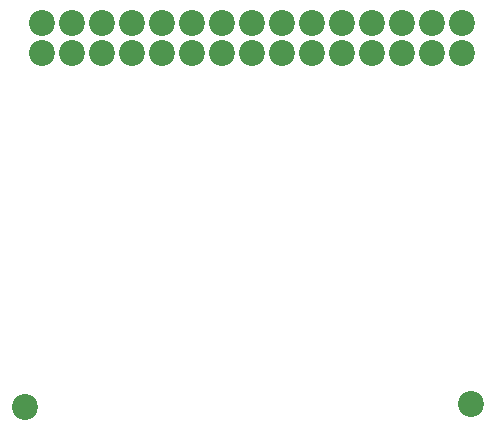
<source format=gbr>
%TF.GenerationSoftware,KiCad,Pcbnew,8.0.9-8.0.9-0~ubuntu22.04.1*%
%TF.CreationDate,2025-09-30T16:22:56+02:00*%
%TF.ProjectId,Pin_Test,50696e5f-5465-4737-942e-6b696361645f,rev?*%
%TF.SameCoordinates,Original*%
%TF.FileFunction,Soldermask,Bot*%
%TF.FilePolarity,Negative*%
%FSLAX46Y46*%
G04 Gerber Fmt 4.6, Leading zero omitted, Abs format (unit mm)*
G04 Created by KiCad (PCBNEW 8.0.9-8.0.9-0~ubuntu22.04.1) date 2025-09-30 16:22:56*
%MOMM*%
%LPD*%
G01*
G04 APERTURE LIST*
%ADD10C,2.200000*%
G04 APERTURE END LIST*
D10*
%TO.C,J1*%
X88940000Y-92020000D03*
X88940000Y-94560000D03*
X91480000Y-92020000D03*
X91480000Y-94560000D03*
X94020000Y-92020000D03*
X94020000Y-94560000D03*
X96560000Y-92020000D03*
X96560000Y-94560000D03*
X99100000Y-92020000D03*
X99100000Y-94560000D03*
X101640000Y-92020000D03*
X101640000Y-94560000D03*
X104180000Y-92020000D03*
X104180000Y-94560000D03*
X106720000Y-92020000D03*
X106720000Y-94560000D03*
X109260000Y-92020000D03*
X109260000Y-94560000D03*
X111800000Y-92020000D03*
X111800000Y-94560000D03*
X114340000Y-92020000D03*
X114340000Y-94560000D03*
X116880000Y-92020000D03*
X116880000Y-94560000D03*
X119420000Y-92020000D03*
X119420000Y-94560000D03*
X121960000Y-92020000D03*
X121960000Y-94560000D03*
X124500000Y-92020000D03*
X124500000Y-94560000D03*
%TD*%
%TO.C,H2*%
X87500000Y-124500000D03*
%TD*%
%TO.C,H1*%
X125250000Y-124250000D03*
%TD*%
M02*

</source>
